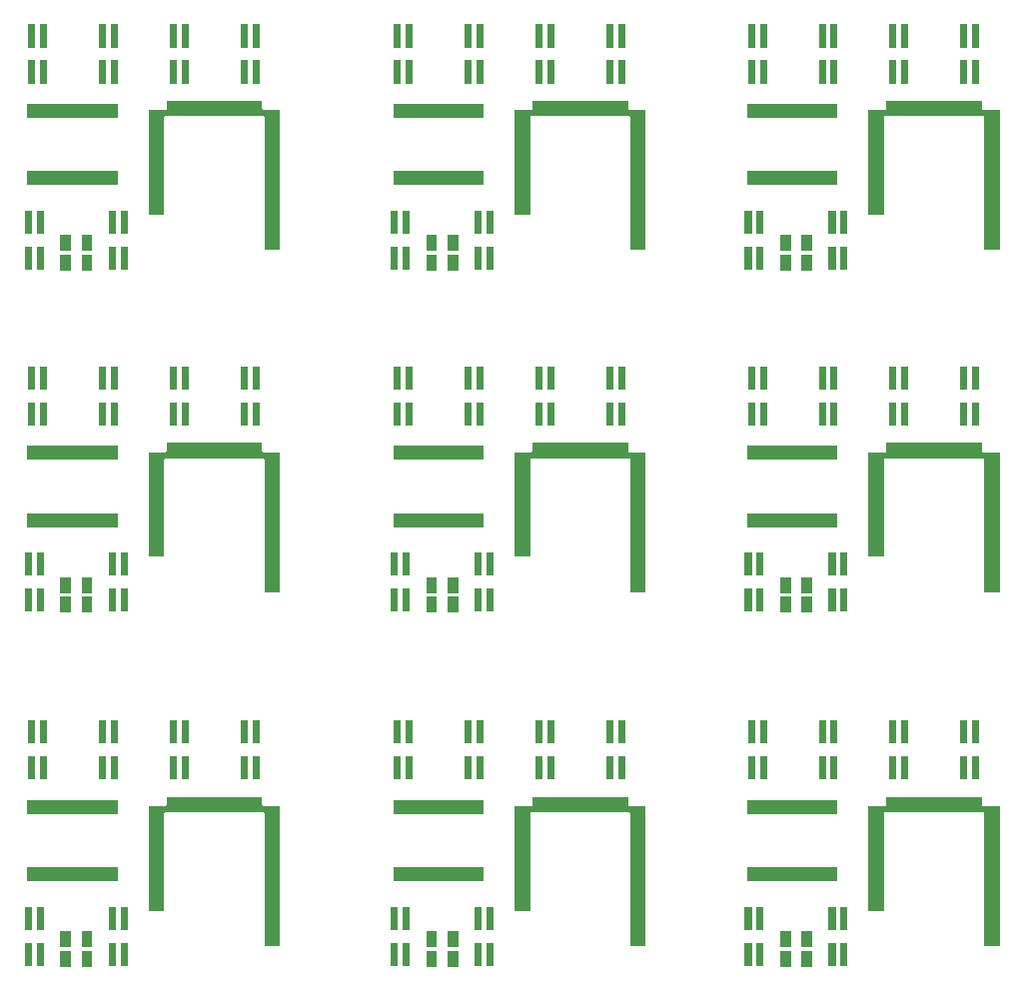
<source format=gbs>
%MOIN*%
%OFA0B0*%
%FSLAX46Y46*%
%IPPOS*%
%LPD*%
%ADD10C,0.0039370078740157488*%
%ADD21C,0.0039370078740157488*%
%ADD22C,0.0039370078740157488*%
%ADD23C,0.0039370078740157488*%
%ADD24C,0.0039370078740157488*%
%ADD25C,0.0039370078740157488*%
%ADD26C,0.0039370078740157488*%
%ADD27C,0.0039370078740157488*%
%ADD28C,0.0039370078740157488*%
D10*
G36*
X0000585354Y0002653582D02*
G01*
X0000549842Y0002653582D01*
X0000549842Y0002706811D01*
X0000585354Y0002706811D01*
X0000585354Y0002653582D01*
X0000585354Y0002653582D01*
G37*
G36*
X0000514488Y0002653582D02*
G01*
X0000478976Y0002653582D01*
X0000478976Y0002706811D01*
X0000514488Y0002706811D01*
X0000514488Y0002653582D01*
X0000514488Y0002653582D01*
G37*
G36*
X0000384409Y0002657519D02*
G01*
X0000360708Y0002657519D01*
X0000360708Y0002734370D01*
X0000384409Y0002734370D01*
X0000384409Y0002657519D01*
X0000384409Y0002657519D01*
G37*
G36*
X0000703622Y0002657519D02*
G01*
X0000679921Y0002657519D01*
X0000679921Y0002734370D01*
X0000703622Y0002734370D01*
X0000703622Y0002657519D01*
X0000703622Y0002657519D01*
G37*
G36*
X0000664251Y0002657519D02*
G01*
X0000640551Y0002657519D01*
X0000640551Y0002734370D01*
X0000664251Y0002734370D01*
X0000664251Y0002657519D01*
X0000664251Y0002657519D01*
G37*
G36*
X0000423779Y0002657519D02*
G01*
X0000400078Y0002657519D01*
X0000400078Y0002734370D01*
X0000423779Y0002734370D01*
X0000423779Y0002657519D01*
X0000423779Y0002657519D01*
G37*
G36*
X0000585354Y0002718543D02*
G01*
X0000549842Y0002718543D01*
X0000549842Y0002771771D01*
X0000585354Y0002771771D01*
X0000585354Y0002718543D01*
X0000585354Y0002718543D01*
G37*
G36*
X0000514488Y0002718543D02*
G01*
X0000478976Y0002718543D01*
X0000478976Y0002771771D01*
X0000514488Y0002771771D01*
X0000514488Y0002718543D01*
X0000514488Y0002718543D01*
G37*
G36*
X0001151968Y0003194015D02*
G01*
X0001152063Y0003193055D01*
X0001152343Y0003192132D01*
X0001152797Y0003191281D01*
X0001153409Y0003190535D01*
X0001154155Y0003189923D01*
X0001155006Y0003189469D01*
X0001155929Y0003189189D01*
X0001156889Y0003189094D01*
X0001211023Y0003189094D01*
X0001211023Y0002722480D01*
X0001159763Y0002722480D01*
X0001159763Y0003164409D01*
X0001159669Y0003165369D01*
X0001159389Y0003166292D01*
X0001158934Y0003167143D01*
X0001158322Y0003167889D01*
X0001157576Y0003168501D01*
X0001156725Y0003168956D01*
X0001155802Y0003169236D01*
X0001154842Y0003169330D01*
X0000830118Y0003169330D01*
X0000829157Y0003169236D01*
X0000828234Y0003168956D01*
X0000827383Y0003168501D01*
X0000826638Y0003167889D01*
X0000826026Y0003167143D01*
X0000825571Y0003166292D01*
X0000825291Y0003165369D01*
X0000825196Y0003164409D01*
X0000825196Y0002840590D01*
X0000773936Y0002840590D01*
X0000773936Y0003189094D01*
X0000828070Y0003189094D01*
X0000829030Y0003189189D01*
X0000829954Y0003189469D01*
X0000830805Y0003189923D01*
X0000831550Y0003190535D01*
X0000832162Y0003191281D01*
X0000832617Y0003192132D01*
X0000832897Y0003193055D01*
X0000832992Y0003194015D01*
X0000832992Y0003220590D01*
X0001151968Y0003220590D01*
X0001151968Y0003194015D01*
X0001151968Y0003194015D01*
G37*
G36*
X0000423779Y0002777598D02*
G01*
X0000400078Y0002777598D01*
X0000400078Y0002854448D01*
X0000423779Y0002854448D01*
X0000423779Y0002777598D01*
X0000423779Y0002777598D01*
G37*
G36*
X0000664251Y0002777598D02*
G01*
X0000640551Y0002777598D01*
X0000640551Y0002854448D01*
X0000664251Y0002854448D01*
X0000664251Y0002777598D01*
X0000664251Y0002777598D01*
G37*
G36*
X0000384409Y0002777598D02*
G01*
X0000360708Y0002777598D01*
X0000360708Y0002854448D01*
X0000384409Y0002854448D01*
X0000384409Y0002777598D01*
X0000384409Y0002777598D01*
G37*
G36*
X0000703622Y0002777598D02*
G01*
X0000679921Y0002777598D01*
X0000679921Y0002854448D01*
X0000703622Y0002854448D01*
X0000703622Y0002777598D01*
X0000703622Y0002777598D01*
G37*
G36*
X0000670196Y0002939330D02*
G01*
X0000368937Y0002939330D01*
X0000368937Y0002986653D01*
X0000670196Y0002986653D01*
X0000670196Y0002939330D01*
X0000670196Y0002939330D01*
G37*
G36*
X0000670196Y0003163740D02*
G01*
X0000368937Y0003163740D01*
X0000368937Y0003211062D01*
X0000670196Y0003211062D01*
X0000670196Y0003163740D01*
X0000670196Y0003163740D01*
G37*
G36*
X0001103503Y0003278267D02*
G01*
X0001079803Y0003278267D01*
X0001079803Y0003355118D01*
X0001103503Y0003355118D01*
X0001103503Y0003278267D01*
X0001103503Y0003278267D01*
G37*
G36*
X0000395118Y0003278267D02*
G01*
X0000371417Y0003278267D01*
X0000371417Y0003355118D01*
X0000395118Y0003355118D01*
X0000395118Y0003278267D01*
X0000395118Y0003278267D01*
G37*
G36*
X0000434488Y0003278267D02*
G01*
X0000410787Y0003278267D01*
X0000410787Y0003355118D01*
X0000434488Y0003355118D01*
X0000434488Y0003278267D01*
X0000434488Y0003278267D01*
G37*
G36*
X0000631246Y0003278267D02*
G01*
X0000607545Y0003278267D01*
X0000607545Y0003355118D01*
X0000631246Y0003355118D01*
X0000631246Y0003278267D01*
X0000631246Y0003278267D01*
G37*
G36*
X0000867375Y0003278267D02*
G01*
X0000843674Y0003278267D01*
X0000843674Y0003355118D01*
X0000867375Y0003355118D01*
X0000867375Y0003278267D01*
X0000867375Y0003278267D01*
G37*
G36*
X0000906745Y0003278267D02*
G01*
X0000883044Y0003278267D01*
X0000883044Y0003355118D01*
X0000906745Y0003355118D01*
X0000906745Y0003278267D01*
X0000906745Y0003278267D01*
G37*
G36*
X0000670616Y0003278267D02*
G01*
X0000646915Y0003278267D01*
X0000646915Y0003355118D01*
X0000670616Y0003355118D01*
X0000670616Y0003278267D01*
X0000670616Y0003278267D01*
G37*
G36*
X0001142873Y0003278267D02*
G01*
X0001119173Y0003278267D01*
X0001119173Y0003355118D01*
X0001142873Y0003355118D01*
X0001142873Y0003278267D01*
X0001142873Y0003278267D01*
G37*
G36*
X0000395118Y0003398346D02*
G01*
X0000371417Y0003398346D01*
X0000371417Y0003475196D01*
X0000395118Y0003475196D01*
X0000395118Y0003398346D01*
X0000395118Y0003398346D01*
G37*
G36*
X0000631246Y0003398346D02*
G01*
X0000607545Y0003398346D01*
X0000607545Y0003475196D01*
X0000631246Y0003475196D01*
X0000631246Y0003398346D01*
X0000631246Y0003398346D01*
G37*
G36*
X0000434488Y0003398346D02*
G01*
X0000410787Y0003398346D01*
X0000410787Y0003475196D01*
X0000434488Y0003475196D01*
X0000434488Y0003398346D01*
X0000434488Y0003398346D01*
G37*
G36*
X0000670616Y0003398346D02*
G01*
X0000646915Y0003398346D01*
X0000646915Y0003475196D01*
X0000670616Y0003475196D01*
X0000670616Y0003398346D01*
X0000670616Y0003398346D01*
G37*
G36*
X0000867375Y0003398346D02*
G01*
X0000843674Y0003398346D01*
X0000843674Y0003475196D01*
X0000867375Y0003475196D01*
X0000867375Y0003398346D01*
X0000867375Y0003398346D01*
G37*
G36*
X0000906745Y0003398346D02*
G01*
X0000883044Y0003398346D01*
X0000883044Y0003475196D01*
X0000906745Y0003475196D01*
X0000906745Y0003398346D01*
X0000906745Y0003398346D01*
G37*
G36*
X0001103503Y0003398346D02*
G01*
X0001079803Y0003398346D01*
X0001079803Y0003475196D01*
X0001103503Y0003475196D01*
X0001103503Y0003398346D01*
X0001103503Y0003398346D01*
G37*
G36*
X0001142873Y0003398346D02*
G01*
X0001119173Y0003398346D01*
X0001119173Y0003475196D01*
X0001142873Y0003475196D01*
X0001142873Y0003398346D01*
X0001142873Y0003398346D01*
G37*
G04 next file*
G04 #@! TF.GenerationSoftware,KiCad,Pcbnew,(5.1.2)-1*
G04 #@! TF.CreationDate,2019-11-14T17:32:28+05:30*
G04 #@! TF.ProjectId,Frame,4672616d-652e-46b6-9963-61645f706362,rev?*
G04 #@! TF.SameCoordinates,Original*
G04 #@! TF.FileFunction,Soldermask,Bot*
G04 #@! TF.FilePolarity,Negative*
G04 Gerber Fmt 4.6, Leading zero omitted, Abs format (unit mm)*
G04 Created by KiCad (PCBNEW (5.1.2)-1) date 2019-11-14 17:32:28*
G04 APERTURE LIST*
G04 APERTURE END LIST*
G04 next file*
G04 #@! TF.GenerationSoftware,KiCad,Pcbnew,(5.1.2)-1*
G04 #@! TF.CreationDate,2019-11-08T13:50:46+05:30*
G04 #@! TF.ProjectId,TALK,54414c4b-2e6b-4696-9361-645f70636258,rev?*
G04 #@! TF.SameCoordinates,Original*
G04 #@! TF.FileFunction,Soldermask,Bot*
G04 #@! TF.FilePolarity,Negative*
G04 Gerber Fmt 4.6, Leading zero omitted, Abs format (unit mm)*
G04 Created by KiCad (PCBNEW (5.1.2)-1) date 2019-11-08 13:50:46*
G04 APERTURE LIST*
G04 APERTURE END LIST*
D21*
G36*
X0001805826Y0002653582D02*
G01*
X0001770314Y0002653582D01*
X0001770314Y0002706811D01*
X0001805826Y0002706811D01*
X0001805826Y0002653582D01*
X0001805826Y0002653582D01*
G37*
G36*
X0001734960Y0002653582D02*
G01*
X0001699448Y0002653582D01*
X0001699448Y0002706811D01*
X0001734960Y0002706811D01*
X0001734960Y0002653582D01*
X0001734960Y0002653582D01*
G37*
G36*
X0001604881Y0002657519D02*
G01*
X0001581181Y0002657519D01*
X0001581181Y0002734370D01*
X0001604881Y0002734370D01*
X0001604881Y0002657519D01*
X0001604881Y0002657519D01*
G37*
G36*
X0001924094Y0002657519D02*
G01*
X0001900393Y0002657519D01*
X0001900393Y0002734370D01*
X0001924094Y0002734370D01*
X0001924094Y0002657519D01*
X0001924094Y0002657519D01*
G37*
G36*
X0001884724Y0002657519D02*
G01*
X0001861023Y0002657519D01*
X0001861023Y0002734370D01*
X0001884724Y0002734370D01*
X0001884724Y0002657519D01*
X0001884724Y0002657519D01*
G37*
G36*
X0001644251Y0002657519D02*
G01*
X0001620551Y0002657519D01*
X0001620551Y0002734370D01*
X0001644251Y0002734370D01*
X0001644251Y0002657519D01*
X0001644251Y0002657519D01*
G37*
G36*
X0001805826Y0002718543D02*
G01*
X0001770314Y0002718543D01*
X0001770314Y0002771771D01*
X0001805826Y0002771771D01*
X0001805826Y0002718543D01*
X0001805826Y0002718543D01*
G37*
G36*
X0001734960Y0002718543D02*
G01*
X0001699448Y0002718543D01*
X0001699448Y0002771771D01*
X0001734960Y0002771771D01*
X0001734960Y0002718543D01*
X0001734960Y0002718543D01*
G37*
G36*
X0002372440Y0003194015D02*
G01*
X0002372535Y0003193055D01*
X0002372815Y0003192132D01*
X0002373270Y0003191281D01*
X0002373882Y0003190535D01*
X0002374628Y0003189923D01*
X0002375478Y0003189469D01*
X0002376402Y0003189189D01*
X0002377362Y0003189094D01*
X0002431496Y0003189094D01*
X0002431496Y0002722480D01*
X0002380236Y0002722480D01*
X0002380236Y0003164409D01*
X0002380141Y0003165369D01*
X0002379861Y0003166292D01*
X0002379406Y0003167143D01*
X0002378794Y0003167889D01*
X0002378049Y0003168501D01*
X0002377198Y0003168956D01*
X0002376275Y0003169236D01*
X0002375314Y0003169330D01*
X0002050590Y0003169330D01*
X0002049630Y0003169236D01*
X0002048707Y0003168956D01*
X0002047856Y0003168501D01*
X0002047110Y0003167889D01*
X0002046498Y0003167143D01*
X0002046043Y0003166292D01*
X0002045763Y0003165369D01*
X0002045669Y0003164409D01*
X0002045669Y0002840590D01*
X0001994409Y0002840590D01*
X0001994409Y0003189094D01*
X0002048543Y0003189094D01*
X0002049503Y0003189189D01*
X0002050426Y0003189469D01*
X0002051277Y0003189923D01*
X0002052023Y0003190535D01*
X0002052635Y0003191281D01*
X0002053089Y0003192132D01*
X0002053370Y0003193055D01*
X0002053464Y0003194015D01*
X0002053464Y0003220590D01*
X0002372440Y0003220590D01*
X0002372440Y0003194015D01*
X0002372440Y0003194015D01*
G37*
G36*
X0001644251Y0002777598D02*
G01*
X0001620551Y0002777598D01*
X0001620551Y0002854448D01*
X0001644251Y0002854448D01*
X0001644251Y0002777598D01*
X0001644251Y0002777598D01*
G37*
G36*
X0001884724Y0002777598D02*
G01*
X0001861023Y0002777598D01*
X0001861023Y0002854448D01*
X0001884724Y0002854448D01*
X0001884724Y0002777598D01*
X0001884724Y0002777598D01*
G37*
G36*
X0001604881Y0002777598D02*
G01*
X0001581181Y0002777598D01*
X0001581181Y0002854448D01*
X0001604881Y0002854448D01*
X0001604881Y0002777598D01*
X0001604881Y0002777598D01*
G37*
G36*
X0001924094Y0002777598D02*
G01*
X0001900393Y0002777598D01*
X0001900393Y0002854448D01*
X0001924094Y0002854448D01*
X0001924094Y0002777598D01*
X0001924094Y0002777598D01*
G37*
G36*
X0001890669Y0002939330D02*
G01*
X0001589409Y0002939330D01*
X0001589409Y0002986653D01*
X0001890669Y0002986653D01*
X0001890669Y0002939330D01*
X0001890669Y0002939330D01*
G37*
G36*
X0001890669Y0003163740D02*
G01*
X0001589409Y0003163740D01*
X0001589409Y0003211062D01*
X0001890669Y0003211062D01*
X0001890669Y0003163740D01*
X0001890669Y0003163740D01*
G37*
G36*
X0002323976Y0003278267D02*
G01*
X0002300275Y0003278267D01*
X0002300275Y0003355118D01*
X0002323976Y0003355118D01*
X0002323976Y0003278267D01*
X0002323976Y0003278267D01*
G37*
G36*
X0001615590Y0003278267D02*
G01*
X0001591889Y0003278267D01*
X0001591889Y0003355118D01*
X0001615590Y0003355118D01*
X0001615590Y0003278267D01*
X0001615590Y0003278267D01*
G37*
G36*
X0001654960Y0003278267D02*
G01*
X0001631259Y0003278267D01*
X0001631259Y0003355118D01*
X0001654960Y0003355118D01*
X0001654960Y0003278267D01*
X0001654960Y0003278267D01*
G37*
G36*
X0001851719Y0003278267D02*
G01*
X0001828018Y0003278267D01*
X0001828018Y0003355118D01*
X0001851719Y0003355118D01*
X0001851719Y0003278267D01*
X0001851719Y0003278267D01*
G37*
G36*
X0002087847Y0003278267D02*
G01*
X0002064146Y0003278267D01*
X0002064146Y0003355118D01*
X0002087847Y0003355118D01*
X0002087847Y0003278267D01*
X0002087847Y0003278267D01*
G37*
G36*
X0002127217Y0003278267D02*
G01*
X0002103516Y0003278267D01*
X0002103516Y0003355118D01*
X0002127217Y0003355118D01*
X0002127217Y0003278267D01*
X0002127217Y0003278267D01*
G37*
G36*
X0001891089Y0003278267D02*
G01*
X0001867388Y0003278267D01*
X0001867388Y0003355118D01*
X0001891089Y0003355118D01*
X0001891089Y0003278267D01*
X0001891089Y0003278267D01*
G37*
G36*
X0002363346Y0003278267D02*
G01*
X0002339645Y0003278267D01*
X0002339645Y0003355118D01*
X0002363346Y0003355118D01*
X0002363346Y0003278267D01*
X0002363346Y0003278267D01*
G37*
G36*
X0001615590Y0003398346D02*
G01*
X0001591889Y0003398346D01*
X0001591889Y0003475196D01*
X0001615590Y0003475196D01*
X0001615590Y0003398346D01*
X0001615590Y0003398346D01*
G37*
G36*
X0001851719Y0003398346D02*
G01*
X0001828018Y0003398346D01*
X0001828018Y0003475196D01*
X0001851719Y0003475196D01*
X0001851719Y0003398346D01*
X0001851719Y0003398346D01*
G37*
G36*
X0001654960Y0003398346D02*
G01*
X0001631259Y0003398346D01*
X0001631259Y0003475196D01*
X0001654960Y0003475196D01*
X0001654960Y0003398346D01*
X0001654960Y0003398346D01*
G37*
G36*
X0001891089Y0003398346D02*
G01*
X0001867388Y0003398346D01*
X0001867388Y0003475196D01*
X0001891089Y0003475196D01*
X0001891089Y0003398346D01*
X0001891089Y0003398346D01*
G37*
G36*
X0002087847Y0003398346D02*
G01*
X0002064146Y0003398346D01*
X0002064146Y0003475196D01*
X0002087847Y0003475196D01*
X0002087847Y0003398346D01*
X0002087847Y0003398346D01*
G37*
G36*
X0002127217Y0003398346D02*
G01*
X0002103516Y0003398346D01*
X0002103516Y0003475196D01*
X0002127217Y0003475196D01*
X0002127217Y0003398346D01*
X0002127217Y0003398346D01*
G37*
G36*
X0002323976Y0003398346D02*
G01*
X0002300275Y0003398346D01*
X0002300275Y0003475196D01*
X0002323976Y0003475196D01*
X0002323976Y0003398346D01*
X0002323976Y0003398346D01*
G37*
G36*
X0002363346Y0003398346D02*
G01*
X0002339645Y0003398346D01*
X0002339645Y0003475196D01*
X0002363346Y0003475196D01*
X0002363346Y0003398346D01*
X0002363346Y0003398346D01*
G37*
G04 next file*
G04 #@! TF.GenerationSoftware,KiCad,Pcbnew,(5.1.2)-1*
G04 #@! TF.CreationDate,2019-11-08T13:50:46+05:30*
G04 #@! TF.ProjectId,TALK,54414c4b-2e6b-4696-9361-645f70636258,rev?*
G04 #@! TF.SameCoordinates,Original*
G04 #@! TF.FileFunction,Soldermask,Bot*
G04 #@! TF.FilePolarity,Negative*
G04 Gerber Fmt 4.6, Leading zero omitted, Abs format (unit mm)*
G04 Created by KiCad (PCBNEW (5.1.2)-1) date 2019-11-08 13:50:46*
G04 APERTURE LIST*
G04 APERTURE END LIST*
D22*
G36*
X0002986929Y0002653582D02*
G01*
X0002951417Y0002653582D01*
X0002951417Y0002706811D01*
X0002986929Y0002706811D01*
X0002986929Y0002653582D01*
X0002986929Y0002653582D01*
G37*
G36*
X0002916062Y0002653582D02*
G01*
X0002880551Y0002653582D01*
X0002880551Y0002706811D01*
X0002916062Y0002706811D01*
X0002916062Y0002653582D01*
X0002916062Y0002653582D01*
G37*
G36*
X0002785984Y0002657519D02*
G01*
X0002762283Y0002657519D01*
X0002762283Y0002734370D01*
X0002785984Y0002734370D01*
X0002785984Y0002657519D01*
X0002785984Y0002657519D01*
G37*
G36*
X0003105196Y0002657519D02*
G01*
X0003081496Y0002657519D01*
X0003081496Y0002734370D01*
X0003105196Y0002734370D01*
X0003105196Y0002657519D01*
X0003105196Y0002657519D01*
G37*
G36*
X0003065826Y0002657519D02*
G01*
X0003042125Y0002657519D01*
X0003042125Y0002734370D01*
X0003065826Y0002734370D01*
X0003065826Y0002657519D01*
X0003065826Y0002657519D01*
G37*
G36*
X0002825354Y0002657519D02*
G01*
X0002801653Y0002657519D01*
X0002801653Y0002734370D01*
X0002825354Y0002734370D01*
X0002825354Y0002657519D01*
X0002825354Y0002657519D01*
G37*
G36*
X0002986929Y0002718543D02*
G01*
X0002951417Y0002718543D01*
X0002951417Y0002771771D01*
X0002986929Y0002771771D01*
X0002986929Y0002718543D01*
X0002986929Y0002718543D01*
G37*
G36*
X0002916062Y0002718543D02*
G01*
X0002880551Y0002718543D01*
X0002880551Y0002771771D01*
X0002916062Y0002771771D01*
X0002916062Y0002718543D01*
X0002916062Y0002718543D01*
G37*
G36*
X0003553543Y0003194015D02*
G01*
X0003553637Y0003193055D01*
X0003553917Y0003192132D01*
X0003554372Y0003191281D01*
X0003554984Y0003190535D01*
X0003555730Y0003189923D01*
X0003556581Y0003189469D01*
X0003557504Y0003189189D01*
X0003558464Y0003189094D01*
X0003612598Y0003189094D01*
X0003612598Y0002722480D01*
X0003561338Y0002722480D01*
X0003561338Y0003164409D01*
X0003561244Y0003165369D01*
X0003560963Y0003166292D01*
X0003560509Y0003167143D01*
X0003559897Y0003167889D01*
X0003559151Y0003168501D01*
X0003558300Y0003168956D01*
X0003557377Y0003169236D01*
X0003556417Y0003169330D01*
X0003231692Y0003169330D01*
X0003230732Y0003169236D01*
X0003229809Y0003168956D01*
X0003228958Y0003168501D01*
X0003228213Y0003167889D01*
X0003227601Y0003167143D01*
X0003227146Y0003166292D01*
X0003226866Y0003165369D01*
X0003226771Y0003164409D01*
X0003226771Y0002840590D01*
X0003175511Y0002840590D01*
X0003175511Y0003189094D01*
X0003229645Y0003189094D01*
X0003230605Y0003189189D01*
X0003231528Y0003189469D01*
X0003232379Y0003189923D01*
X0003233125Y0003190535D01*
X0003233737Y0003191281D01*
X0003234192Y0003192132D01*
X0003234472Y0003193055D01*
X0003234566Y0003194015D01*
X0003234566Y0003220590D01*
X0003553543Y0003220590D01*
X0003553543Y0003194015D01*
X0003553543Y0003194015D01*
G37*
G36*
X0002825354Y0002777598D02*
G01*
X0002801653Y0002777598D01*
X0002801653Y0002854448D01*
X0002825354Y0002854448D01*
X0002825354Y0002777598D01*
X0002825354Y0002777598D01*
G37*
G36*
X0003065826Y0002777598D02*
G01*
X0003042125Y0002777598D01*
X0003042125Y0002854448D01*
X0003065826Y0002854448D01*
X0003065826Y0002777598D01*
X0003065826Y0002777598D01*
G37*
G36*
X0002785984Y0002777598D02*
G01*
X0002762283Y0002777598D01*
X0002762283Y0002854448D01*
X0002785984Y0002854448D01*
X0002785984Y0002777598D01*
X0002785984Y0002777598D01*
G37*
G36*
X0003105196Y0002777598D02*
G01*
X0003081496Y0002777598D01*
X0003081496Y0002854448D01*
X0003105196Y0002854448D01*
X0003105196Y0002777598D01*
X0003105196Y0002777598D01*
G37*
G36*
X0003071771Y0002939330D02*
G01*
X0002770511Y0002939330D01*
X0002770511Y0002986653D01*
X0003071771Y0002986653D01*
X0003071771Y0002939330D01*
X0003071771Y0002939330D01*
G37*
G36*
X0003071771Y0003163740D02*
G01*
X0002770511Y0003163740D01*
X0002770511Y0003211062D01*
X0003071771Y0003211062D01*
X0003071771Y0003163740D01*
X0003071771Y0003163740D01*
G37*
G36*
X0003505078Y0003278267D02*
G01*
X0003481377Y0003278267D01*
X0003481377Y0003355118D01*
X0003505078Y0003355118D01*
X0003505078Y0003278267D01*
X0003505078Y0003278267D01*
G37*
G36*
X0002796692Y0003278267D02*
G01*
X0002772992Y0003278267D01*
X0002772992Y0003355118D01*
X0002796692Y0003355118D01*
X0002796692Y0003278267D01*
X0002796692Y0003278267D01*
G37*
G36*
X0002836062Y0003278267D02*
G01*
X0002812362Y0003278267D01*
X0002812362Y0003355118D01*
X0002836062Y0003355118D01*
X0002836062Y0003278267D01*
X0002836062Y0003278267D01*
G37*
G36*
X0003032821Y0003278267D02*
G01*
X0003009120Y0003278267D01*
X0003009120Y0003355118D01*
X0003032821Y0003355118D01*
X0003032821Y0003278267D01*
X0003032821Y0003278267D01*
G37*
G36*
X0003268950Y0003278267D02*
G01*
X0003245249Y0003278267D01*
X0003245249Y0003355118D01*
X0003268950Y0003355118D01*
X0003268950Y0003278267D01*
X0003268950Y0003278267D01*
G37*
G36*
X0003308320Y0003278267D02*
G01*
X0003284619Y0003278267D01*
X0003284619Y0003355118D01*
X0003308320Y0003355118D01*
X0003308320Y0003278267D01*
X0003308320Y0003278267D01*
G37*
G36*
X0003072191Y0003278267D02*
G01*
X0003048490Y0003278267D01*
X0003048490Y0003355118D01*
X0003072191Y0003355118D01*
X0003072191Y0003278267D01*
X0003072191Y0003278267D01*
G37*
G36*
X0003544448Y0003278267D02*
G01*
X0003520747Y0003278267D01*
X0003520747Y0003355118D01*
X0003544448Y0003355118D01*
X0003544448Y0003278267D01*
X0003544448Y0003278267D01*
G37*
G36*
X0002796692Y0003398346D02*
G01*
X0002772992Y0003398346D01*
X0002772992Y0003475196D01*
X0002796692Y0003475196D01*
X0002796692Y0003398346D01*
X0002796692Y0003398346D01*
G37*
G36*
X0003032821Y0003398346D02*
G01*
X0003009120Y0003398346D01*
X0003009120Y0003475196D01*
X0003032821Y0003475196D01*
X0003032821Y0003398346D01*
X0003032821Y0003398346D01*
G37*
G36*
X0002836062Y0003398346D02*
G01*
X0002812362Y0003398346D01*
X0002812362Y0003475196D01*
X0002836062Y0003475196D01*
X0002836062Y0003398346D01*
X0002836062Y0003398346D01*
G37*
G36*
X0003072191Y0003398346D02*
G01*
X0003048490Y0003398346D01*
X0003048490Y0003475196D01*
X0003072191Y0003475196D01*
X0003072191Y0003398346D01*
X0003072191Y0003398346D01*
G37*
G36*
X0003268950Y0003398346D02*
G01*
X0003245249Y0003398346D01*
X0003245249Y0003475196D01*
X0003268950Y0003475196D01*
X0003268950Y0003398346D01*
X0003268950Y0003398346D01*
G37*
G36*
X0003308320Y0003398346D02*
G01*
X0003284619Y0003398346D01*
X0003284619Y0003475196D01*
X0003308320Y0003475196D01*
X0003308320Y0003398346D01*
X0003308320Y0003398346D01*
G37*
G36*
X0003505078Y0003398346D02*
G01*
X0003481377Y0003398346D01*
X0003481377Y0003475196D01*
X0003505078Y0003475196D01*
X0003505078Y0003398346D01*
X0003505078Y0003398346D01*
G37*
G36*
X0003544448Y0003398346D02*
G01*
X0003520747Y0003398346D01*
X0003520747Y0003475196D01*
X0003544448Y0003475196D01*
X0003544448Y0003398346D01*
X0003544448Y0003398346D01*
G37*
G04 next file*
G04 #@! TF.GenerationSoftware,KiCad,Pcbnew,(5.1.2)-1*
G04 #@! TF.CreationDate,2019-11-08T13:50:46+05:30*
G04 #@! TF.ProjectId,TALK,54414c4b-2e6b-4696-9361-645f70636258,rev?*
G04 #@! TF.SameCoordinates,Original*
G04 #@! TF.FileFunction,Soldermask,Bot*
G04 #@! TF.FilePolarity,Negative*
G04 Gerber Fmt 4.6, Leading zero omitted, Abs format (unit mm)*
G04 Created by KiCad (PCBNEW (5.1.2)-1) date 2019-11-08 13:50:46*
G04 APERTURE LIST*
G04 APERTURE END LIST*
D23*
G36*
X0000585354Y0001511850D02*
G01*
X0000549842Y0001511850D01*
X0000549842Y0001565078D01*
X0000585354Y0001565078D01*
X0000585354Y0001511850D01*
X0000585354Y0001511850D01*
G37*
G36*
X0000514488Y0001511850D02*
G01*
X0000478976Y0001511850D01*
X0000478976Y0001565078D01*
X0000514488Y0001565078D01*
X0000514488Y0001511850D01*
X0000514488Y0001511850D01*
G37*
G36*
X0000384409Y0001515787D02*
G01*
X0000360708Y0001515787D01*
X0000360708Y0001592637D01*
X0000384409Y0001592637D01*
X0000384409Y0001515787D01*
X0000384409Y0001515787D01*
G37*
G36*
X0000703622Y0001515787D02*
G01*
X0000679921Y0001515787D01*
X0000679921Y0001592637D01*
X0000703622Y0001592637D01*
X0000703622Y0001515787D01*
X0000703622Y0001515787D01*
G37*
G36*
X0000664251Y0001515787D02*
G01*
X0000640551Y0001515787D01*
X0000640551Y0001592637D01*
X0000664251Y0001592637D01*
X0000664251Y0001515787D01*
X0000664251Y0001515787D01*
G37*
G36*
X0000423779Y0001515787D02*
G01*
X0000400078Y0001515787D01*
X0000400078Y0001592637D01*
X0000423779Y0001592637D01*
X0000423779Y0001515787D01*
X0000423779Y0001515787D01*
G37*
G36*
X0000585354Y0001576811D02*
G01*
X0000549842Y0001576811D01*
X0000549842Y0001630039D01*
X0000585354Y0001630039D01*
X0000585354Y0001576811D01*
X0000585354Y0001576811D01*
G37*
G36*
X0000514488Y0001576811D02*
G01*
X0000478976Y0001576811D01*
X0000478976Y0001630039D01*
X0000514488Y0001630039D01*
X0000514488Y0001576811D01*
X0000514488Y0001576811D01*
G37*
G36*
X0001151968Y0002052283D02*
G01*
X0001152063Y0002051323D01*
X0001152343Y0002050400D01*
X0001152797Y0002049549D01*
X0001153409Y0002048803D01*
X0001154155Y0002048191D01*
X0001155006Y0002047736D01*
X0001155929Y0002047456D01*
X0001156889Y0002047362D01*
X0001211023Y0002047362D01*
X0001211023Y0001580747D01*
X0001159763Y0001580747D01*
X0001159763Y0002022677D01*
X0001159669Y0002023637D01*
X0001159389Y0002024560D01*
X0001158934Y0002025411D01*
X0001158322Y0002026157D01*
X0001157576Y0002026769D01*
X0001156725Y0002027223D01*
X0001155802Y0002027503D01*
X0001154842Y0002027598D01*
X0000830118Y0002027598D01*
X0000829157Y0002027503D01*
X0000828234Y0002027223D01*
X0000827383Y0002026769D01*
X0000826638Y0002026157D01*
X0000826026Y0002025411D01*
X0000825571Y0002024560D01*
X0000825291Y0002023637D01*
X0000825196Y0002022677D01*
X0000825196Y0001698858D01*
X0000773936Y0001698858D01*
X0000773936Y0002047362D01*
X0000828070Y0002047362D01*
X0000829030Y0002047456D01*
X0000829954Y0002047736D01*
X0000830805Y0002048191D01*
X0000831550Y0002048803D01*
X0000832162Y0002049549D01*
X0000832617Y0002050400D01*
X0000832897Y0002051323D01*
X0000832992Y0002052283D01*
X0000832992Y0002078858D01*
X0001151968Y0002078858D01*
X0001151968Y0002052283D01*
X0001151968Y0002052283D01*
G37*
G36*
X0000423779Y0001635866D02*
G01*
X0000400078Y0001635866D01*
X0000400078Y0001712716D01*
X0000423779Y0001712716D01*
X0000423779Y0001635866D01*
X0000423779Y0001635866D01*
G37*
G36*
X0000664251Y0001635866D02*
G01*
X0000640551Y0001635866D01*
X0000640551Y0001712716D01*
X0000664251Y0001712716D01*
X0000664251Y0001635866D01*
X0000664251Y0001635866D01*
G37*
G36*
X0000384409Y0001635866D02*
G01*
X0000360708Y0001635866D01*
X0000360708Y0001712716D01*
X0000384409Y0001712716D01*
X0000384409Y0001635866D01*
X0000384409Y0001635866D01*
G37*
G36*
X0000703622Y0001635866D02*
G01*
X0000679921Y0001635866D01*
X0000679921Y0001712716D01*
X0000703622Y0001712716D01*
X0000703622Y0001635866D01*
X0000703622Y0001635866D01*
G37*
G36*
X0000670196Y0001797598D02*
G01*
X0000368937Y0001797598D01*
X0000368937Y0001844921D01*
X0000670196Y0001844921D01*
X0000670196Y0001797598D01*
X0000670196Y0001797598D01*
G37*
G36*
X0000670196Y0002022007D02*
G01*
X0000368937Y0002022007D01*
X0000368937Y0002069330D01*
X0000670196Y0002069330D01*
X0000670196Y0002022007D01*
X0000670196Y0002022007D01*
G37*
G36*
X0001103503Y0002136535D02*
G01*
X0001079803Y0002136535D01*
X0001079803Y0002213385D01*
X0001103503Y0002213385D01*
X0001103503Y0002136535D01*
X0001103503Y0002136535D01*
G37*
G36*
X0000395118Y0002136535D02*
G01*
X0000371417Y0002136535D01*
X0000371417Y0002213385D01*
X0000395118Y0002213385D01*
X0000395118Y0002136535D01*
X0000395118Y0002136535D01*
G37*
G36*
X0000434488Y0002136535D02*
G01*
X0000410787Y0002136535D01*
X0000410787Y0002213385D01*
X0000434488Y0002213385D01*
X0000434488Y0002136535D01*
X0000434488Y0002136535D01*
G37*
G36*
X0000631246Y0002136535D02*
G01*
X0000607545Y0002136535D01*
X0000607545Y0002213385D01*
X0000631246Y0002213385D01*
X0000631246Y0002136535D01*
X0000631246Y0002136535D01*
G37*
G36*
X0000867375Y0002136535D02*
G01*
X0000843674Y0002136535D01*
X0000843674Y0002213385D01*
X0000867375Y0002213385D01*
X0000867375Y0002136535D01*
X0000867375Y0002136535D01*
G37*
G36*
X0000906745Y0002136535D02*
G01*
X0000883044Y0002136535D01*
X0000883044Y0002213385D01*
X0000906745Y0002213385D01*
X0000906745Y0002136535D01*
X0000906745Y0002136535D01*
G37*
G36*
X0000670616Y0002136535D02*
G01*
X0000646915Y0002136535D01*
X0000646915Y0002213385D01*
X0000670616Y0002213385D01*
X0000670616Y0002136535D01*
X0000670616Y0002136535D01*
G37*
G36*
X0001142873Y0002136535D02*
G01*
X0001119173Y0002136535D01*
X0001119173Y0002213385D01*
X0001142873Y0002213385D01*
X0001142873Y0002136535D01*
X0001142873Y0002136535D01*
G37*
G36*
X0000395118Y0002256614D02*
G01*
X0000371417Y0002256614D01*
X0000371417Y0002333464D01*
X0000395118Y0002333464D01*
X0000395118Y0002256614D01*
X0000395118Y0002256614D01*
G37*
G36*
X0000631246Y0002256614D02*
G01*
X0000607545Y0002256614D01*
X0000607545Y0002333464D01*
X0000631246Y0002333464D01*
X0000631246Y0002256614D01*
X0000631246Y0002256614D01*
G37*
G36*
X0000434488Y0002256614D02*
G01*
X0000410787Y0002256614D01*
X0000410787Y0002333464D01*
X0000434488Y0002333464D01*
X0000434488Y0002256614D01*
X0000434488Y0002256614D01*
G37*
G36*
X0000670616Y0002256614D02*
G01*
X0000646915Y0002256614D01*
X0000646915Y0002333464D01*
X0000670616Y0002333464D01*
X0000670616Y0002256614D01*
X0000670616Y0002256614D01*
G37*
G36*
X0000867375Y0002256614D02*
G01*
X0000843674Y0002256614D01*
X0000843674Y0002333464D01*
X0000867375Y0002333464D01*
X0000867375Y0002256614D01*
X0000867375Y0002256614D01*
G37*
G36*
X0000906745Y0002256614D02*
G01*
X0000883044Y0002256614D01*
X0000883044Y0002333464D01*
X0000906745Y0002333464D01*
X0000906745Y0002256614D01*
X0000906745Y0002256614D01*
G37*
G36*
X0001103503Y0002256614D02*
G01*
X0001079803Y0002256614D01*
X0001079803Y0002333464D01*
X0001103503Y0002333464D01*
X0001103503Y0002256614D01*
X0001103503Y0002256614D01*
G37*
G36*
X0001142873Y0002256614D02*
G01*
X0001119173Y0002256614D01*
X0001119173Y0002333464D01*
X0001142873Y0002333464D01*
X0001142873Y0002256614D01*
X0001142873Y0002256614D01*
G37*
G04 next file*
G04 #@! TF.GenerationSoftware,KiCad,Pcbnew,(5.1.2)-1*
G04 #@! TF.CreationDate,2019-11-08T13:50:46+05:30*
G04 #@! TF.ProjectId,TALK,54414c4b-2e6b-4696-9361-645f70636258,rev?*
G04 #@! TF.SameCoordinates,Original*
G04 #@! TF.FileFunction,Soldermask,Bot*
G04 #@! TF.FilePolarity,Negative*
G04 Gerber Fmt 4.6, Leading zero omitted, Abs format (unit mm)*
G04 Created by KiCad (PCBNEW (5.1.2)-1) date 2019-11-08 13:50:46*
G04 APERTURE LIST*
G04 APERTURE END LIST*
D24*
G36*
X0000585354Y0000330747D02*
G01*
X0000549842Y0000330747D01*
X0000549842Y0000383976D01*
X0000585354Y0000383976D01*
X0000585354Y0000330747D01*
X0000585354Y0000330747D01*
G37*
G36*
X0000514488Y0000330747D02*
G01*
X0000478976Y0000330747D01*
X0000478976Y0000383976D01*
X0000514488Y0000383976D01*
X0000514488Y0000330747D01*
X0000514488Y0000330747D01*
G37*
G36*
X0000384409Y0000334685D02*
G01*
X0000360708Y0000334685D01*
X0000360708Y0000411535D01*
X0000384409Y0000411535D01*
X0000384409Y0000334685D01*
X0000384409Y0000334685D01*
G37*
G36*
X0000703622Y0000334685D02*
G01*
X0000679921Y0000334685D01*
X0000679921Y0000411535D01*
X0000703622Y0000411535D01*
X0000703622Y0000334685D01*
X0000703622Y0000334685D01*
G37*
G36*
X0000664251Y0000334685D02*
G01*
X0000640551Y0000334685D01*
X0000640551Y0000411535D01*
X0000664251Y0000411535D01*
X0000664251Y0000334685D01*
X0000664251Y0000334685D01*
G37*
G36*
X0000423779Y0000334685D02*
G01*
X0000400078Y0000334685D01*
X0000400078Y0000411535D01*
X0000423779Y0000411535D01*
X0000423779Y0000334685D01*
X0000423779Y0000334685D01*
G37*
G36*
X0000585354Y0000395708D02*
G01*
X0000549842Y0000395708D01*
X0000549842Y0000448937D01*
X0000585354Y0000448937D01*
X0000585354Y0000395708D01*
X0000585354Y0000395708D01*
G37*
G36*
X0000514488Y0000395708D02*
G01*
X0000478976Y0000395708D01*
X0000478976Y0000448937D01*
X0000514488Y0000448937D01*
X0000514488Y0000395708D01*
X0000514488Y0000395708D01*
G37*
G36*
X0001151968Y0000871181D02*
G01*
X0001152063Y0000870220D01*
X0001152343Y0000869297D01*
X0001152797Y0000868446D01*
X0001153409Y0000867701D01*
X0001154155Y0000867089D01*
X0001155006Y0000866634D01*
X0001155929Y0000866354D01*
X0001156889Y0000866259D01*
X0001211023Y0000866259D01*
X0001211023Y0000399645D01*
X0001159763Y0000399645D01*
X0001159763Y0000841574D01*
X0001159669Y0000842534D01*
X0001159389Y0000843458D01*
X0001158934Y0000844308D01*
X0001158322Y0000845054D01*
X0001157576Y0000845666D01*
X0001156725Y0000846121D01*
X0001155802Y0000846401D01*
X0001154842Y0000846496D01*
X0000830118Y0000846496D01*
X0000829157Y0000846401D01*
X0000828234Y0000846121D01*
X0000827383Y0000845666D01*
X0000826638Y0000845054D01*
X0000826026Y0000844308D01*
X0000825571Y0000843458D01*
X0000825291Y0000842534D01*
X0000825196Y0000841574D01*
X0000825196Y0000517755D01*
X0000773936Y0000517755D01*
X0000773936Y0000866259D01*
X0000828070Y0000866259D01*
X0000829030Y0000866354D01*
X0000829954Y0000866634D01*
X0000830805Y0000867089D01*
X0000831550Y0000867701D01*
X0000832162Y0000868446D01*
X0000832617Y0000869297D01*
X0000832897Y0000870220D01*
X0000832992Y0000871181D01*
X0000832992Y0000897755D01*
X0001151968Y0000897755D01*
X0001151968Y0000871181D01*
X0001151968Y0000871181D01*
G37*
G36*
X0000423779Y0000454763D02*
G01*
X0000400078Y0000454763D01*
X0000400078Y0000531614D01*
X0000423779Y0000531614D01*
X0000423779Y0000454763D01*
X0000423779Y0000454763D01*
G37*
G36*
X0000664251Y0000454763D02*
G01*
X0000640551Y0000454763D01*
X0000640551Y0000531614D01*
X0000664251Y0000531614D01*
X0000664251Y0000454763D01*
X0000664251Y0000454763D01*
G37*
G36*
X0000384409Y0000454763D02*
G01*
X0000360708Y0000454763D01*
X0000360708Y0000531614D01*
X0000384409Y0000531614D01*
X0000384409Y0000454763D01*
X0000384409Y0000454763D01*
G37*
G36*
X0000703622Y0000454763D02*
G01*
X0000679921Y0000454763D01*
X0000679921Y0000531614D01*
X0000703622Y0000531614D01*
X0000703622Y0000454763D01*
X0000703622Y0000454763D01*
G37*
G36*
X0000670196Y0000616496D02*
G01*
X0000368937Y0000616496D01*
X0000368937Y0000663818D01*
X0000670196Y0000663818D01*
X0000670196Y0000616496D01*
X0000670196Y0000616496D01*
G37*
G36*
X0000670196Y0000840905D02*
G01*
X0000368937Y0000840905D01*
X0000368937Y0000888228D01*
X0000670196Y0000888228D01*
X0000670196Y0000840905D01*
X0000670196Y0000840905D01*
G37*
G36*
X0001103503Y0000955433D02*
G01*
X0001079803Y0000955433D01*
X0001079803Y0001032283D01*
X0001103503Y0001032283D01*
X0001103503Y0000955433D01*
X0001103503Y0000955433D01*
G37*
G36*
X0000395118Y0000955433D02*
G01*
X0000371417Y0000955433D01*
X0000371417Y0001032283D01*
X0000395118Y0001032283D01*
X0000395118Y0000955433D01*
X0000395118Y0000955433D01*
G37*
G36*
X0000434488Y0000955433D02*
G01*
X0000410787Y0000955433D01*
X0000410787Y0001032283D01*
X0000434488Y0001032283D01*
X0000434488Y0000955433D01*
X0000434488Y0000955433D01*
G37*
G36*
X0000631246Y0000955433D02*
G01*
X0000607545Y0000955433D01*
X0000607545Y0001032283D01*
X0000631246Y0001032283D01*
X0000631246Y0000955433D01*
X0000631246Y0000955433D01*
G37*
G36*
X0000867375Y0000955433D02*
G01*
X0000843674Y0000955433D01*
X0000843674Y0001032283D01*
X0000867375Y0001032283D01*
X0000867375Y0000955433D01*
X0000867375Y0000955433D01*
G37*
G36*
X0000906745Y0000955433D02*
G01*
X0000883044Y0000955433D01*
X0000883044Y0001032283D01*
X0000906745Y0001032283D01*
X0000906745Y0000955433D01*
X0000906745Y0000955433D01*
G37*
G36*
X0000670616Y0000955433D02*
G01*
X0000646915Y0000955433D01*
X0000646915Y0001032283D01*
X0000670616Y0001032283D01*
X0000670616Y0000955433D01*
X0000670616Y0000955433D01*
G37*
G36*
X0001142873Y0000955433D02*
G01*
X0001119173Y0000955433D01*
X0001119173Y0001032283D01*
X0001142873Y0001032283D01*
X0001142873Y0000955433D01*
X0001142873Y0000955433D01*
G37*
G36*
X0000395118Y0001075511D02*
G01*
X0000371417Y0001075511D01*
X0000371417Y0001152362D01*
X0000395118Y0001152362D01*
X0000395118Y0001075511D01*
X0000395118Y0001075511D01*
G37*
G36*
X0000631246Y0001075511D02*
G01*
X0000607545Y0001075511D01*
X0000607545Y0001152362D01*
X0000631246Y0001152362D01*
X0000631246Y0001075511D01*
X0000631246Y0001075511D01*
G37*
G36*
X0000434488Y0001075511D02*
G01*
X0000410787Y0001075511D01*
X0000410787Y0001152362D01*
X0000434488Y0001152362D01*
X0000434488Y0001075511D01*
X0000434488Y0001075511D01*
G37*
G36*
X0000670616Y0001075511D02*
G01*
X0000646915Y0001075511D01*
X0000646915Y0001152362D01*
X0000670616Y0001152362D01*
X0000670616Y0001075511D01*
X0000670616Y0001075511D01*
G37*
G36*
X0000867375Y0001075511D02*
G01*
X0000843674Y0001075511D01*
X0000843674Y0001152362D01*
X0000867375Y0001152362D01*
X0000867375Y0001075511D01*
X0000867375Y0001075511D01*
G37*
G36*
X0000906745Y0001075511D02*
G01*
X0000883044Y0001075511D01*
X0000883044Y0001152362D01*
X0000906745Y0001152362D01*
X0000906745Y0001075511D01*
X0000906745Y0001075511D01*
G37*
G36*
X0001103503Y0001075511D02*
G01*
X0001079803Y0001075511D01*
X0001079803Y0001152362D01*
X0001103503Y0001152362D01*
X0001103503Y0001075511D01*
X0001103503Y0001075511D01*
G37*
G36*
X0001142873Y0001075511D02*
G01*
X0001119173Y0001075511D01*
X0001119173Y0001152362D01*
X0001142873Y0001152362D01*
X0001142873Y0001075511D01*
X0001142873Y0001075511D01*
G37*
G04 next file*
G04 #@! TF.GenerationSoftware,KiCad,Pcbnew,(5.1.2)-1*
G04 #@! TF.CreationDate,2019-11-08T13:50:46+05:30*
G04 #@! TF.ProjectId,TALK,54414c4b-2e6b-4696-9361-645f70636258,rev?*
G04 #@! TF.SameCoordinates,Original*
G04 #@! TF.FileFunction,Soldermask,Bot*
G04 #@! TF.FilePolarity,Negative*
G04 Gerber Fmt 4.6, Leading zero omitted, Abs format (unit mm)*
G04 Created by KiCad (PCBNEW (5.1.2)-1) date 2019-11-08 13:50:46*
G04 APERTURE LIST*
G04 APERTURE END LIST*
D25*
G36*
X0001805826Y0001511850D02*
G01*
X0001770314Y0001511850D01*
X0001770314Y0001565078D01*
X0001805826Y0001565078D01*
X0001805826Y0001511850D01*
X0001805826Y0001511850D01*
G37*
G36*
X0001734960Y0001511850D02*
G01*
X0001699448Y0001511850D01*
X0001699448Y0001565078D01*
X0001734960Y0001565078D01*
X0001734960Y0001511850D01*
X0001734960Y0001511850D01*
G37*
G36*
X0001604881Y0001515787D02*
G01*
X0001581181Y0001515787D01*
X0001581181Y0001592637D01*
X0001604881Y0001592637D01*
X0001604881Y0001515787D01*
X0001604881Y0001515787D01*
G37*
G36*
X0001924094Y0001515787D02*
G01*
X0001900393Y0001515787D01*
X0001900393Y0001592637D01*
X0001924094Y0001592637D01*
X0001924094Y0001515787D01*
X0001924094Y0001515787D01*
G37*
G36*
X0001884724Y0001515787D02*
G01*
X0001861023Y0001515787D01*
X0001861023Y0001592637D01*
X0001884724Y0001592637D01*
X0001884724Y0001515787D01*
X0001884724Y0001515787D01*
G37*
G36*
X0001644251Y0001515787D02*
G01*
X0001620551Y0001515787D01*
X0001620551Y0001592637D01*
X0001644251Y0001592637D01*
X0001644251Y0001515787D01*
X0001644251Y0001515787D01*
G37*
G36*
X0001805826Y0001576811D02*
G01*
X0001770314Y0001576811D01*
X0001770314Y0001630039D01*
X0001805826Y0001630039D01*
X0001805826Y0001576811D01*
X0001805826Y0001576811D01*
G37*
G36*
X0001734960Y0001576811D02*
G01*
X0001699448Y0001576811D01*
X0001699448Y0001630039D01*
X0001734960Y0001630039D01*
X0001734960Y0001576811D01*
X0001734960Y0001576811D01*
G37*
G36*
X0002372440Y0002052283D02*
G01*
X0002372535Y0002051323D01*
X0002372815Y0002050400D01*
X0002373270Y0002049549D01*
X0002373882Y0002048803D01*
X0002374628Y0002048191D01*
X0002375478Y0002047736D01*
X0002376402Y0002047456D01*
X0002377362Y0002047362D01*
X0002431496Y0002047362D01*
X0002431496Y0001580747D01*
X0002380236Y0001580747D01*
X0002380236Y0002022677D01*
X0002380141Y0002023637D01*
X0002379861Y0002024560D01*
X0002379406Y0002025411D01*
X0002378794Y0002026157D01*
X0002378049Y0002026769D01*
X0002377198Y0002027223D01*
X0002376275Y0002027503D01*
X0002375314Y0002027598D01*
X0002050590Y0002027598D01*
X0002049630Y0002027503D01*
X0002048707Y0002027223D01*
X0002047856Y0002026769D01*
X0002047110Y0002026157D01*
X0002046498Y0002025411D01*
X0002046043Y0002024560D01*
X0002045763Y0002023637D01*
X0002045669Y0002022677D01*
X0002045669Y0001698858D01*
X0001994409Y0001698858D01*
X0001994409Y0002047362D01*
X0002048543Y0002047362D01*
X0002049503Y0002047456D01*
X0002050426Y0002047736D01*
X0002051277Y0002048191D01*
X0002052023Y0002048803D01*
X0002052635Y0002049549D01*
X0002053089Y0002050400D01*
X0002053370Y0002051323D01*
X0002053464Y0002052283D01*
X0002053464Y0002078858D01*
X0002372440Y0002078858D01*
X0002372440Y0002052283D01*
X0002372440Y0002052283D01*
G37*
G36*
X0001644251Y0001635866D02*
G01*
X0001620551Y0001635866D01*
X0001620551Y0001712716D01*
X0001644251Y0001712716D01*
X0001644251Y0001635866D01*
X0001644251Y0001635866D01*
G37*
G36*
X0001884724Y0001635866D02*
G01*
X0001861023Y0001635866D01*
X0001861023Y0001712716D01*
X0001884724Y0001712716D01*
X0001884724Y0001635866D01*
X0001884724Y0001635866D01*
G37*
G36*
X0001604881Y0001635866D02*
G01*
X0001581181Y0001635866D01*
X0001581181Y0001712716D01*
X0001604881Y0001712716D01*
X0001604881Y0001635866D01*
X0001604881Y0001635866D01*
G37*
G36*
X0001924094Y0001635866D02*
G01*
X0001900393Y0001635866D01*
X0001900393Y0001712716D01*
X0001924094Y0001712716D01*
X0001924094Y0001635866D01*
X0001924094Y0001635866D01*
G37*
G36*
X0001890669Y0001797598D02*
G01*
X0001589409Y0001797598D01*
X0001589409Y0001844921D01*
X0001890669Y0001844921D01*
X0001890669Y0001797598D01*
X0001890669Y0001797598D01*
G37*
G36*
X0001890669Y0002022007D02*
G01*
X0001589409Y0002022007D01*
X0001589409Y0002069330D01*
X0001890669Y0002069330D01*
X0001890669Y0002022007D01*
X0001890669Y0002022007D01*
G37*
G36*
X0002323976Y0002136535D02*
G01*
X0002300275Y0002136535D01*
X0002300275Y0002213385D01*
X0002323976Y0002213385D01*
X0002323976Y0002136535D01*
X0002323976Y0002136535D01*
G37*
G36*
X0001615590Y0002136535D02*
G01*
X0001591889Y0002136535D01*
X0001591889Y0002213385D01*
X0001615590Y0002213385D01*
X0001615590Y0002136535D01*
X0001615590Y0002136535D01*
G37*
G36*
X0001654960Y0002136535D02*
G01*
X0001631259Y0002136535D01*
X0001631259Y0002213385D01*
X0001654960Y0002213385D01*
X0001654960Y0002136535D01*
X0001654960Y0002136535D01*
G37*
G36*
X0001851719Y0002136535D02*
G01*
X0001828018Y0002136535D01*
X0001828018Y0002213385D01*
X0001851719Y0002213385D01*
X0001851719Y0002136535D01*
X0001851719Y0002136535D01*
G37*
G36*
X0002087847Y0002136535D02*
G01*
X0002064146Y0002136535D01*
X0002064146Y0002213385D01*
X0002087847Y0002213385D01*
X0002087847Y0002136535D01*
X0002087847Y0002136535D01*
G37*
G36*
X0002127217Y0002136535D02*
G01*
X0002103516Y0002136535D01*
X0002103516Y0002213385D01*
X0002127217Y0002213385D01*
X0002127217Y0002136535D01*
X0002127217Y0002136535D01*
G37*
G36*
X0001891089Y0002136535D02*
G01*
X0001867388Y0002136535D01*
X0001867388Y0002213385D01*
X0001891089Y0002213385D01*
X0001891089Y0002136535D01*
X0001891089Y0002136535D01*
G37*
G36*
X0002363346Y0002136535D02*
G01*
X0002339645Y0002136535D01*
X0002339645Y0002213385D01*
X0002363346Y0002213385D01*
X0002363346Y0002136535D01*
X0002363346Y0002136535D01*
G37*
G36*
X0001615590Y0002256614D02*
G01*
X0001591889Y0002256614D01*
X0001591889Y0002333464D01*
X0001615590Y0002333464D01*
X0001615590Y0002256614D01*
X0001615590Y0002256614D01*
G37*
G36*
X0001851719Y0002256614D02*
G01*
X0001828018Y0002256614D01*
X0001828018Y0002333464D01*
X0001851719Y0002333464D01*
X0001851719Y0002256614D01*
X0001851719Y0002256614D01*
G37*
G36*
X0001654960Y0002256614D02*
G01*
X0001631259Y0002256614D01*
X0001631259Y0002333464D01*
X0001654960Y0002333464D01*
X0001654960Y0002256614D01*
X0001654960Y0002256614D01*
G37*
G36*
X0001891089Y0002256614D02*
G01*
X0001867388Y0002256614D01*
X0001867388Y0002333464D01*
X0001891089Y0002333464D01*
X0001891089Y0002256614D01*
X0001891089Y0002256614D01*
G37*
G36*
X0002087847Y0002256614D02*
G01*
X0002064146Y0002256614D01*
X0002064146Y0002333464D01*
X0002087847Y0002333464D01*
X0002087847Y0002256614D01*
X0002087847Y0002256614D01*
G37*
G36*
X0002127217Y0002256614D02*
G01*
X0002103516Y0002256614D01*
X0002103516Y0002333464D01*
X0002127217Y0002333464D01*
X0002127217Y0002256614D01*
X0002127217Y0002256614D01*
G37*
G36*
X0002323976Y0002256614D02*
G01*
X0002300275Y0002256614D01*
X0002300275Y0002333464D01*
X0002323976Y0002333464D01*
X0002323976Y0002256614D01*
X0002323976Y0002256614D01*
G37*
G36*
X0002363346Y0002256614D02*
G01*
X0002339645Y0002256614D01*
X0002339645Y0002333464D01*
X0002363346Y0002333464D01*
X0002363346Y0002256614D01*
X0002363346Y0002256614D01*
G37*
G04 next file*
G04 #@! TF.GenerationSoftware,KiCad,Pcbnew,(5.1.2)-1*
G04 #@! TF.CreationDate,2019-11-08T13:50:46+05:30*
G04 #@! TF.ProjectId,TALK,54414c4b-2e6b-4696-9361-645f70636258,rev?*
G04 #@! TF.SameCoordinates,Original*
G04 #@! TF.FileFunction,Soldermask,Bot*
G04 #@! TF.FilePolarity,Negative*
G04 Gerber Fmt 4.6, Leading zero omitted, Abs format (unit mm)*
G04 Created by KiCad (PCBNEW (5.1.2)-1) date 2019-11-08 13:50:46*
G04 APERTURE LIST*
G04 APERTURE END LIST*
D26*
G36*
X0001805826Y0000330747D02*
G01*
X0001770314Y0000330747D01*
X0001770314Y0000383976D01*
X0001805826Y0000383976D01*
X0001805826Y0000330747D01*
X0001805826Y0000330747D01*
G37*
G36*
X0001734960Y0000330747D02*
G01*
X0001699448Y0000330747D01*
X0001699448Y0000383976D01*
X0001734960Y0000383976D01*
X0001734960Y0000330747D01*
X0001734960Y0000330747D01*
G37*
G36*
X0001604881Y0000334685D02*
G01*
X0001581181Y0000334685D01*
X0001581181Y0000411535D01*
X0001604881Y0000411535D01*
X0001604881Y0000334685D01*
X0001604881Y0000334685D01*
G37*
G36*
X0001924094Y0000334685D02*
G01*
X0001900393Y0000334685D01*
X0001900393Y0000411535D01*
X0001924094Y0000411535D01*
X0001924094Y0000334685D01*
X0001924094Y0000334685D01*
G37*
G36*
X0001884724Y0000334685D02*
G01*
X0001861023Y0000334685D01*
X0001861023Y0000411535D01*
X0001884724Y0000411535D01*
X0001884724Y0000334685D01*
X0001884724Y0000334685D01*
G37*
G36*
X0001644251Y0000334685D02*
G01*
X0001620551Y0000334685D01*
X0001620551Y0000411535D01*
X0001644251Y0000411535D01*
X0001644251Y0000334685D01*
X0001644251Y0000334685D01*
G37*
G36*
X0001805826Y0000395708D02*
G01*
X0001770314Y0000395708D01*
X0001770314Y0000448937D01*
X0001805826Y0000448937D01*
X0001805826Y0000395708D01*
X0001805826Y0000395708D01*
G37*
G36*
X0001734960Y0000395708D02*
G01*
X0001699448Y0000395708D01*
X0001699448Y0000448937D01*
X0001734960Y0000448937D01*
X0001734960Y0000395708D01*
X0001734960Y0000395708D01*
G37*
G36*
X0002372440Y0000871181D02*
G01*
X0002372535Y0000870220D01*
X0002372815Y0000869297D01*
X0002373270Y0000868446D01*
X0002373882Y0000867701D01*
X0002374628Y0000867089D01*
X0002375478Y0000866634D01*
X0002376402Y0000866354D01*
X0002377362Y0000866259D01*
X0002431496Y0000866259D01*
X0002431496Y0000399645D01*
X0002380236Y0000399645D01*
X0002380236Y0000841574D01*
X0002380141Y0000842534D01*
X0002379861Y0000843458D01*
X0002379406Y0000844308D01*
X0002378794Y0000845054D01*
X0002378049Y0000845666D01*
X0002377198Y0000846121D01*
X0002376275Y0000846401D01*
X0002375314Y0000846496D01*
X0002050590Y0000846496D01*
X0002049630Y0000846401D01*
X0002048707Y0000846121D01*
X0002047856Y0000845666D01*
X0002047110Y0000845054D01*
X0002046498Y0000844308D01*
X0002046043Y0000843458D01*
X0002045763Y0000842534D01*
X0002045669Y0000841574D01*
X0002045669Y0000517755D01*
X0001994409Y0000517755D01*
X0001994409Y0000866259D01*
X0002048543Y0000866259D01*
X0002049503Y0000866354D01*
X0002050426Y0000866634D01*
X0002051277Y0000867089D01*
X0002052023Y0000867701D01*
X0002052635Y0000868446D01*
X0002053089Y0000869297D01*
X0002053370Y0000870220D01*
X0002053464Y0000871181D01*
X0002053464Y0000897755D01*
X0002372440Y0000897755D01*
X0002372440Y0000871181D01*
X0002372440Y0000871181D01*
G37*
G36*
X0001644251Y0000454763D02*
G01*
X0001620551Y0000454763D01*
X0001620551Y0000531614D01*
X0001644251Y0000531614D01*
X0001644251Y0000454763D01*
X0001644251Y0000454763D01*
G37*
G36*
X0001884724Y0000454763D02*
G01*
X0001861023Y0000454763D01*
X0001861023Y0000531614D01*
X0001884724Y0000531614D01*
X0001884724Y0000454763D01*
X0001884724Y0000454763D01*
G37*
G36*
X0001604881Y0000454763D02*
G01*
X0001581181Y0000454763D01*
X0001581181Y0000531614D01*
X0001604881Y0000531614D01*
X0001604881Y0000454763D01*
X0001604881Y0000454763D01*
G37*
G36*
X0001924094Y0000454763D02*
G01*
X0001900393Y0000454763D01*
X0001900393Y0000531614D01*
X0001924094Y0000531614D01*
X0001924094Y0000454763D01*
X0001924094Y0000454763D01*
G37*
G36*
X0001890669Y0000616496D02*
G01*
X0001589409Y0000616496D01*
X0001589409Y0000663818D01*
X0001890669Y0000663818D01*
X0001890669Y0000616496D01*
X0001890669Y0000616496D01*
G37*
G36*
X0001890669Y0000840905D02*
G01*
X0001589409Y0000840905D01*
X0001589409Y0000888228D01*
X0001890669Y0000888228D01*
X0001890669Y0000840905D01*
X0001890669Y0000840905D01*
G37*
G36*
X0002323976Y0000955433D02*
G01*
X0002300275Y0000955433D01*
X0002300275Y0001032283D01*
X0002323976Y0001032283D01*
X0002323976Y0000955433D01*
X0002323976Y0000955433D01*
G37*
G36*
X0001615590Y0000955433D02*
G01*
X0001591889Y0000955433D01*
X0001591889Y0001032283D01*
X0001615590Y0001032283D01*
X0001615590Y0000955433D01*
X0001615590Y0000955433D01*
G37*
G36*
X0001654960Y0000955433D02*
G01*
X0001631259Y0000955433D01*
X0001631259Y0001032283D01*
X0001654960Y0001032283D01*
X0001654960Y0000955433D01*
X0001654960Y0000955433D01*
G37*
G36*
X0001851719Y0000955433D02*
G01*
X0001828018Y0000955433D01*
X0001828018Y0001032283D01*
X0001851719Y0001032283D01*
X0001851719Y0000955433D01*
X0001851719Y0000955433D01*
G37*
G36*
X0002087847Y0000955433D02*
G01*
X0002064146Y0000955433D01*
X0002064146Y0001032283D01*
X0002087847Y0001032283D01*
X0002087847Y0000955433D01*
X0002087847Y0000955433D01*
G37*
G36*
X0002127217Y0000955433D02*
G01*
X0002103516Y0000955433D01*
X0002103516Y0001032283D01*
X0002127217Y0001032283D01*
X0002127217Y0000955433D01*
X0002127217Y0000955433D01*
G37*
G36*
X0001891089Y0000955433D02*
G01*
X0001867388Y0000955433D01*
X0001867388Y0001032283D01*
X0001891089Y0001032283D01*
X0001891089Y0000955433D01*
X0001891089Y0000955433D01*
G37*
G36*
X0002363346Y0000955433D02*
G01*
X0002339645Y0000955433D01*
X0002339645Y0001032283D01*
X0002363346Y0001032283D01*
X0002363346Y0000955433D01*
X0002363346Y0000955433D01*
G37*
G36*
X0001615590Y0001075511D02*
G01*
X0001591889Y0001075511D01*
X0001591889Y0001152362D01*
X0001615590Y0001152362D01*
X0001615590Y0001075511D01*
X0001615590Y0001075511D01*
G37*
G36*
X0001851719Y0001075511D02*
G01*
X0001828018Y0001075511D01*
X0001828018Y0001152362D01*
X0001851719Y0001152362D01*
X0001851719Y0001075511D01*
X0001851719Y0001075511D01*
G37*
G36*
X0001654960Y0001075511D02*
G01*
X0001631259Y0001075511D01*
X0001631259Y0001152362D01*
X0001654960Y0001152362D01*
X0001654960Y0001075511D01*
X0001654960Y0001075511D01*
G37*
G36*
X0001891089Y0001075511D02*
G01*
X0001867388Y0001075511D01*
X0001867388Y0001152362D01*
X0001891089Y0001152362D01*
X0001891089Y0001075511D01*
X0001891089Y0001075511D01*
G37*
G36*
X0002087847Y0001075511D02*
G01*
X0002064146Y0001075511D01*
X0002064146Y0001152362D01*
X0002087847Y0001152362D01*
X0002087847Y0001075511D01*
X0002087847Y0001075511D01*
G37*
G36*
X0002127217Y0001075511D02*
G01*
X0002103516Y0001075511D01*
X0002103516Y0001152362D01*
X0002127217Y0001152362D01*
X0002127217Y0001075511D01*
X0002127217Y0001075511D01*
G37*
G36*
X0002323976Y0001075511D02*
G01*
X0002300275Y0001075511D01*
X0002300275Y0001152362D01*
X0002323976Y0001152362D01*
X0002323976Y0001075511D01*
X0002323976Y0001075511D01*
G37*
G36*
X0002363346Y0001075511D02*
G01*
X0002339645Y0001075511D01*
X0002339645Y0001152362D01*
X0002363346Y0001152362D01*
X0002363346Y0001075511D01*
X0002363346Y0001075511D01*
G37*
G04 next file*
G04 #@! TF.GenerationSoftware,KiCad,Pcbnew,(5.1.2)-1*
G04 #@! TF.CreationDate,2019-11-08T13:50:46+05:30*
G04 #@! TF.ProjectId,TALK,54414c4b-2e6b-4696-9361-645f70636258,rev?*
G04 #@! TF.SameCoordinates,Original*
G04 #@! TF.FileFunction,Soldermask,Bot*
G04 #@! TF.FilePolarity,Negative*
G04 Gerber Fmt 4.6, Leading zero omitted, Abs format (unit mm)*
G04 Created by KiCad (PCBNEW (5.1.2)-1) date 2019-11-08 13:50:46*
G04 APERTURE LIST*
G04 APERTURE END LIST*
D27*
G36*
X0002986929Y0001511850D02*
G01*
X0002951417Y0001511850D01*
X0002951417Y0001565078D01*
X0002986929Y0001565078D01*
X0002986929Y0001511850D01*
X0002986929Y0001511850D01*
G37*
G36*
X0002916062Y0001511850D02*
G01*
X0002880551Y0001511850D01*
X0002880551Y0001565078D01*
X0002916062Y0001565078D01*
X0002916062Y0001511850D01*
X0002916062Y0001511850D01*
G37*
G36*
X0002785984Y0001515787D02*
G01*
X0002762283Y0001515787D01*
X0002762283Y0001592637D01*
X0002785984Y0001592637D01*
X0002785984Y0001515787D01*
X0002785984Y0001515787D01*
G37*
G36*
X0003105196Y0001515787D02*
G01*
X0003081496Y0001515787D01*
X0003081496Y0001592637D01*
X0003105196Y0001592637D01*
X0003105196Y0001515787D01*
X0003105196Y0001515787D01*
G37*
G36*
X0003065826Y0001515787D02*
G01*
X0003042125Y0001515787D01*
X0003042125Y0001592637D01*
X0003065826Y0001592637D01*
X0003065826Y0001515787D01*
X0003065826Y0001515787D01*
G37*
G36*
X0002825354Y0001515787D02*
G01*
X0002801653Y0001515787D01*
X0002801653Y0001592637D01*
X0002825354Y0001592637D01*
X0002825354Y0001515787D01*
X0002825354Y0001515787D01*
G37*
G36*
X0002986929Y0001576811D02*
G01*
X0002951417Y0001576811D01*
X0002951417Y0001630039D01*
X0002986929Y0001630039D01*
X0002986929Y0001576811D01*
X0002986929Y0001576811D01*
G37*
G36*
X0002916062Y0001576811D02*
G01*
X0002880551Y0001576811D01*
X0002880551Y0001630039D01*
X0002916062Y0001630039D01*
X0002916062Y0001576811D01*
X0002916062Y0001576811D01*
G37*
G36*
X0003553543Y0002052283D02*
G01*
X0003553637Y0002051323D01*
X0003553917Y0002050400D01*
X0003554372Y0002049549D01*
X0003554984Y0002048803D01*
X0003555730Y0002048191D01*
X0003556581Y0002047736D01*
X0003557504Y0002047456D01*
X0003558464Y0002047362D01*
X0003612598Y0002047362D01*
X0003612598Y0001580747D01*
X0003561338Y0001580747D01*
X0003561338Y0002022677D01*
X0003561244Y0002023637D01*
X0003560963Y0002024560D01*
X0003560509Y0002025411D01*
X0003559897Y0002026157D01*
X0003559151Y0002026769D01*
X0003558300Y0002027223D01*
X0003557377Y0002027503D01*
X0003556417Y0002027598D01*
X0003231692Y0002027598D01*
X0003230732Y0002027503D01*
X0003229809Y0002027223D01*
X0003228958Y0002026769D01*
X0003228213Y0002026157D01*
X0003227601Y0002025411D01*
X0003227146Y0002024560D01*
X0003226866Y0002023637D01*
X0003226771Y0002022677D01*
X0003226771Y0001698858D01*
X0003175511Y0001698858D01*
X0003175511Y0002047362D01*
X0003229645Y0002047362D01*
X0003230605Y0002047456D01*
X0003231528Y0002047736D01*
X0003232379Y0002048191D01*
X0003233125Y0002048803D01*
X0003233737Y0002049549D01*
X0003234192Y0002050400D01*
X0003234472Y0002051323D01*
X0003234566Y0002052283D01*
X0003234566Y0002078858D01*
X0003553543Y0002078858D01*
X0003553543Y0002052283D01*
X0003553543Y0002052283D01*
G37*
G36*
X0002825354Y0001635866D02*
G01*
X0002801653Y0001635866D01*
X0002801653Y0001712716D01*
X0002825354Y0001712716D01*
X0002825354Y0001635866D01*
X0002825354Y0001635866D01*
G37*
G36*
X0003065826Y0001635866D02*
G01*
X0003042125Y0001635866D01*
X0003042125Y0001712716D01*
X0003065826Y0001712716D01*
X0003065826Y0001635866D01*
X0003065826Y0001635866D01*
G37*
G36*
X0002785984Y0001635866D02*
G01*
X0002762283Y0001635866D01*
X0002762283Y0001712716D01*
X0002785984Y0001712716D01*
X0002785984Y0001635866D01*
X0002785984Y0001635866D01*
G37*
G36*
X0003105196Y0001635866D02*
G01*
X0003081496Y0001635866D01*
X0003081496Y0001712716D01*
X0003105196Y0001712716D01*
X0003105196Y0001635866D01*
X0003105196Y0001635866D01*
G37*
G36*
X0003071771Y0001797598D02*
G01*
X0002770511Y0001797598D01*
X0002770511Y0001844921D01*
X0003071771Y0001844921D01*
X0003071771Y0001797598D01*
X0003071771Y0001797598D01*
G37*
G36*
X0003071771Y0002022007D02*
G01*
X0002770511Y0002022007D01*
X0002770511Y0002069330D01*
X0003071771Y0002069330D01*
X0003071771Y0002022007D01*
X0003071771Y0002022007D01*
G37*
G36*
X0003505078Y0002136535D02*
G01*
X0003481377Y0002136535D01*
X0003481377Y0002213385D01*
X0003505078Y0002213385D01*
X0003505078Y0002136535D01*
X0003505078Y0002136535D01*
G37*
G36*
X0002796692Y0002136535D02*
G01*
X0002772992Y0002136535D01*
X0002772992Y0002213385D01*
X0002796692Y0002213385D01*
X0002796692Y0002136535D01*
X0002796692Y0002136535D01*
G37*
G36*
X0002836062Y0002136535D02*
G01*
X0002812362Y0002136535D01*
X0002812362Y0002213385D01*
X0002836062Y0002213385D01*
X0002836062Y0002136535D01*
X0002836062Y0002136535D01*
G37*
G36*
X0003032821Y0002136535D02*
G01*
X0003009120Y0002136535D01*
X0003009120Y0002213385D01*
X0003032821Y0002213385D01*
X0003032821Y0002136535D01*
X0003032821Y0002136535D01*
G37*
G36*
X0003268950Y0002136535D02*
G01*
X0003245249Y0002136535D01*
X0003245249Y0002213385D01*
X0003268950Y0002213385D01*
X0003268950Y0002136535D01*
X0003268950Y0002136535D01*
G37*
G36*
X0003308320Y0002136535D02*
G01*
X0003284619Y0002136535D01*
X0003284619Y0002213385D01*
X0003308320Y0002213385D01*
X0003308320Y0002136535D01*
X0003308320Y0002136535D01*
G37*
G36*
X0003072191Y0002136535D02*
G01*
X0003048490Y0002136535D01*
X0003048490Y0002213385D01*
X0003072191Y0002213385D01*
X0003072191Y0002136535D01*
X0003072191Y0002136535D01*
G37*
G36*
X0003544448Y0002136535D02*
G01*
X0003520747Y0002136535D01*
X0003520747Y0002213385D01*
X0003544448Y0002213385D01*
X0003544448Y0002136535D01*
X0003544448Y0002136535D01*
G37*
G36*
X0002796692Y0002256614D02*
G01*
X0002772992Y0002256614D01*
X0002772992Y0002333464D01*
X0002796692Y0002333464D01*
X0002796692Y0002256614D01*
X0002796692Y0002256614D01*
G37*
G36*
X0003032821Y0002256614D02*
G01*
X0003009120Y0002256614D01*
X0003009120Y0002333464D01*
X0003032821Y0002333464D01*
X0003032821Y0002256614D01*
X0003032821Y0002256614D01*
G37*
G36*
X0002836062Y0002256614D02*
G01*
X0002812362Y0002256614D01*
X0002812362Y0002333464D01*
X0002836062Y0002333464D01*
X0002836062Y0002256614D01*
X0002836062Y0002256614D01*
G37*
G36*
X0003072191Y0002256614D02*
G01*
X0003048490Y0002256614D01*
X0003048490Y0002333464D01*
X0003072191Y0002333464D01*
X0003072191Y0002256614D01*
X0003072191Y0002256614D01*
G37*
G36*
X0003268950Y0002256614D02*
G01*
X0003245249Y0002256614D01*
X0003245249Y0002333464D01*
X0003268950Y0002333464D01*
X0003268950Y0002256614D01*
X0003268950Y0002256614D01*
G37*
G36*
X0003308320Y0002256614D02*
G01*
X0003284619Y0002256614D01*
X0003284619Y0002333464D01*
X0003308320Y0002333464D01*
X0003308320Y0002256614D01*
X0003308320Y0002256614D01*
G37*
G36*
X0003505078Y0002256614D02*
G01*
X0003481377Y0002256614D01*
X0003481377Y0002333464D01*
X0003505078Y0002333464D01*
X0003505078Y0002256614D01*
X0003505078Y0002256614D01*
G37*
G36*
X0003544448Y0002256614D02*
G01*
X0003520747Y0002256614D01*
X0003520747Y0002333464D01*
X0003544448Y0002333464D01*
X0003544448Y0002256614D01*
X0003544448Y0002256614D01*
G37*
G04 next file*
G04 #@! TF.GenerationSoftware,KiCad,Pcbnew,(5.1.2)-1*
G04 #@! TF.CreationDate,2019-11-08T13:50:46+05:30*
G04 #@! TF.ProjectId,TALK,54414c4b-2e6b-4696-9361-645f70636258,rev?*
G04 #@! TF.SameCoordinates,Original*
G04 #@! TF.FileFunction,Soldermask,Bot*
G04 #@! TF.FilePolarity,Negative*
G04 Gerber Fmt 4.6, Leading zero omitted, Abs format (unit mm)*
G04 Created by KiCad (PCBNEW (5.1.2)-1) date 2019-11-08 13:50:46*
G04 APERTURE LIST*
G04 APERTURE END LIST*
D28*
G36*
X0002986929Y0000330747D02*
G01*
X0002951417Y0000330747D01*
X0002951417Y0000383976D01*
X0002986929Y0000383976D01*
X0002986929Y0000330747D01*
X0002986929Y0000330747D01*
G37*
G36*
X0002916062Y0000330747D02*
G01*
X0002880551Y0000330747D01*
X0002880551Y0000383976D01*
X0002916062Y0000383976D01*
X0002916062Y0000330747D01*
X0002916062Y0000330747D01*
G37*
G36*
X0002785984Y0000334685D02*
G01*
X0002762283Y0000334685D01*
X0002762283Y0000411535D01*
X0002785984Y0000411535D01*
X0002785984Y0000334685D01*
X0002785984Y0000334685D01*
G37*
G36*
X0003105196Y0000334685D02*
G01*
X0003081496Y0000334685D01*
X0003081496Y0000411535D01*
X0003105196Y0000411535D01*
X0003105196Y0000334685D01*
X0003105196Y0000334685D01*
G37*
G36*
X0003065826Y0000334685D02*
G01*
X0003042125Y0000334685D01*
X0003042125Y0000411535D01*
X0003065826Y0000411535D01*
X0003065826Y0000334685D01*
X0003065826Y0000334685D01*
G37*
G36*
X0002825354Y0000334685D02*
G01*
X0002801653Y0000334685D01*
X0002801653Y0000411535D01*
X0002825354Y0000411535D01*
X0002825354Y0000334685D01*
X0002825354Y0000334685D01*
G37*
G36*
X0002986929Y0000395708D02*
G01*
X0002951417Y0000395708D01*
X0002951417Y0000448937D01*
X0002986929Y0000448937D01*
X0002986929Y0000395708D01*
X0002986929Y0000395708D01*
G37*
G36*
X0002916062Y0000395708D02*
G01*
X0002880551Y0000395708D01*
X0002880551Y0000448937D01*
X0002916062Y0000448937D01*
X0002916062Y0000395708D01*
X0002916062Y0000395708D01*
G37*
G36*
X0003553543Y0000871181D02*
G01*
X0003553637Y0000870220D01*
X0003553917Y0000869297D01*
X0003554372Y0000868446D01*
X0003554984Y0000867701D01*
X0003555730Y0000867089D01*
X0003556581Y0000866634D01*
X0003557504Y0000866354D01*
X0003558464Y0000866259D01*
X0003612598Y0000866259D01*
X0003612598Y0000399645D01*
X0003561338Y0000399645D01*
X0003561338Y0000841574D01*
X0003561244Y0000842534D01*
X0003560963Y0000843458D01*
X0003560509Y0000844308D01*
X0003559897Y0000845054D01*
X0003559151Y0000845666D01*
X0003558300Y0000846121D01*
X0003557377Y0000846401D01*
X0003556417Y0000846496D01*
X0003231692Y0000846496D01*
X0003230732Y0000846401D01*
X0003229809Y0000846121D01*
X0003228958Y0000845666D01*
X0003228213Y0000845054D01*
X0003227601Y0000844308D01*
X0003227146Y0000843458D01*
X0003226866Y0000842534D01*
X0003226771Y0000841574D01*
X0003226771Y0000517755D01*
X0003175511Y0000517755D01*
X0003175511Y0000866259D01*
X0003229645Y0000866259D01*
X0003230605Y0000866354D01*
X0003231528Y0000866634D01*
X0003232379Y0000867089D01*
X0003233125Y0000867701D01*
X0003233737Y0000868446D01*
X0003234192Y0000869297D01*
X0003234472Y0000870220D01*
X0003234566Y0000871181D01*
X0003234566Y0000897755D01*
X0003553543Y0000897755D01*
X0003553543Y0000871181D01*
X0003553543Y0000871181D01*
G37*
G36*
X0002825354Y0000454763D02*
G01*
X0002801653Y0000454763D01*
X0002801653Y0000531614D01*
X0002825354Y0000531614D01*
X0002825354Y0000454763D01*
X0002825354Y0000454763D01*
G37*
G36*
X0003065826Y0000454763D02*
G01*
X0003042125Y0000454763D01*
X0003042125Y0000531614D01*
X0003065826Y0000531614D01*
X0003065826Y0000454763D01*
X0003065826Y0000454763D01*
G37*
G36*
X0002785984Y0000454763D02*
G01*
X0002762283Y0000454763D01*
X0002762283Y0000531614D01*
X0002785984Y0000531614D01*
X0002785984Y0000454763D01*
X0002785984Y0000454763D01*
G37*
G36*
X0003105196Y0000454763D02*
G01*
X0003081496Y0000454763D01*
X0003081496Y0000531614D01*
X0003105196Y0000531614D01*
X0003105196Y0000454763D01*
X0003105196Y0000454763D01*
G37*
G36*
X0003071771Y0000616496D02*
G01*
X0002770511Y0000616496D01*
X0002770511Y0000663818D01*
X0003071771Y0000663818D01*
X0003071771Y0000616496D01*
X0003071771Y0000616496D01*
G37*
G36*
X0003071771Y0000840905D02*
G01*
X0002770511Y0000840905D01*
X0002770511Y0000888228D01*
X0003071771Y0000888228D01*
X0003071771Y0000840905D01*
X0003071771Y0000840905D01*
G37*
G36*
X0003505078Y0000955433D02*
G01*
X0003481377Y0000955433D01*
X0003481377Y0001032283D01*
X0003505078Y0001032283D01*
X0003505078Y0000955433D01*
X0003505078Y0000955433D01*
G37*
G36*
X0002796692Y0000955433D02*
G01*
X0002772992Y0000955433D01*
X0002772992Y0001032283D01*
X0002796692Y0001032283D01*
X0002796692Y0000955433D01*
X0002796692Y0000955433D01*
G37*
G36*
X0002836062Y0000955433D02*
G01*
X0002812362Y0000955433D01*
X0002812362Y0001032283D01*
X0002836062Y0001032283D01*
X0002836062Y0000955433D01*
X0002836062Y0000955433D01*
G37*
G36*
X0003032821Y0000955433D02*
G01*
X0003009120Y0000955433D01*
X0003009120Y0001032283D01*
X0003032821Y0001032283D01*
X0003032821Y0000955433D01*
X0003032821Y0000955433D01*
G37*
G36*
X0003268950Y0000955433D02*
G01*
X0003245249Y0000955433D01*
X0003245249Y0001032283D01*
X0003268950Y0001032283D01*
X0003268950Y0000955433D01*
X0003268950Y0000955433D01*
G37*
G36*
X0003308320Y0000955433D02*
G01*
X0003284619Y0000955433D01*
X0003284619Y0001032283D01*
X0003308320Y0001032283D01*
X0003308320Y0000955433D01*
X0003308320Y0000955433D01*
G37*
G36*
X0003072191Y0000955433D02*
G01*
X0003048490Y0000955433D01*
X0003048490Y0001032283D01*
X0003072191Y0001032283D01*
X0003072191Y0000955433D01*
X0003072191Y0000955433D01*
G37*
G36*
X0003544448Y0000955433D02*
G01*
X0003520747Y0000955433D01*
X0003520747Y0001032283D01*
X0003544448Y0001032283D01*
X0003544448Y0000955433D01*
X0003544448Y0000955433D01*
G37*
G36*
X0002796692Y0001075511D02*
G01*
X0002772992Y0001075511D01*
X0002772992Y0001152362D01*
X0002796692Y0001152362D01*
X0002796692Y0001075511D01*
X0002796692Y0001075511D01*
G37*
G36*
X0003032821Y0001075511D02*
G01*
X0003009120Y0001075511D01*
X0003009120Y0001152362D01*
X0003032821Y0001152362D01*
X0003032821Y0001075511D01*
X0003032821Y0001075511D01*
G37*
G36*
X0002836062Y0001075511D02*
G01*
X0002812362Y0001075511D01*
X0002812362Y0001152362D01*
X0002836062Y0001152362D01*
X0002836062Y0001075511D01*
X0002836062Y0001075511D01*
G37*
G36*
X0003072191Y0001075511D02*
G01*
X0003048490Y0001075511D01*
X0003048490Y0001152362D01*
X0003072191Y0001152362D01*
X0003072191Y0001075511D01*
X0003072191Y0001075511D01*
G37*
G36*
X0003268950Y0001075511D02*
G01*
X0003245249Y0001075511D01*
X0003245249Y0001152362D01*
X0003268950Y0001152362D01*
X0003268950Y0001075511D01*
X0003268950Y0001075511D01*
G37*
G36*
X0003308320Y0001075511D02*
G01*
X0003284619Y0001075511D01*
X0003284619Y0001152362D01*
X0003308320Y0001152362D01*
X0003308320Y0001075511D01*
X0003308320Y0001075511D01*
G37*
G36*
X0003505078Y0001075511D02*
G01*
X0003481377Y0001075511D01*
X0003481377Y0001152362D01*
X0003505078Y0001152362D01*
X0003505078Y0001075511D01*
X0003505078Y0001075511D01*
G37*
G36*
X0003544448Y0001075511D02*
G01*
X0003520747Y0001075511D01*
X0003520747Y0001152362D01*
X0003544448Y0001152362D01*
X0003544448Y0001075511D01*
X0003544448Y0001075511D01*
G37*
M02*
</source>
